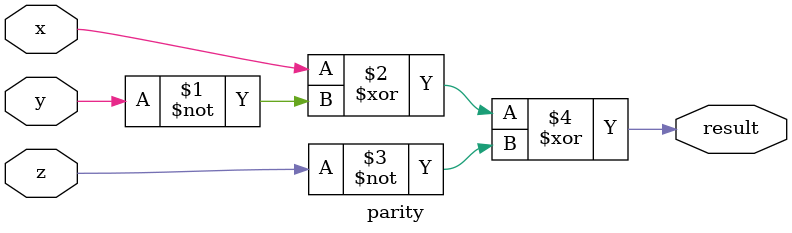
<source format=v>
module parity(
input x,y,z,
output result);
xor (result,x,~y,~z);  
endmodule

</source>
